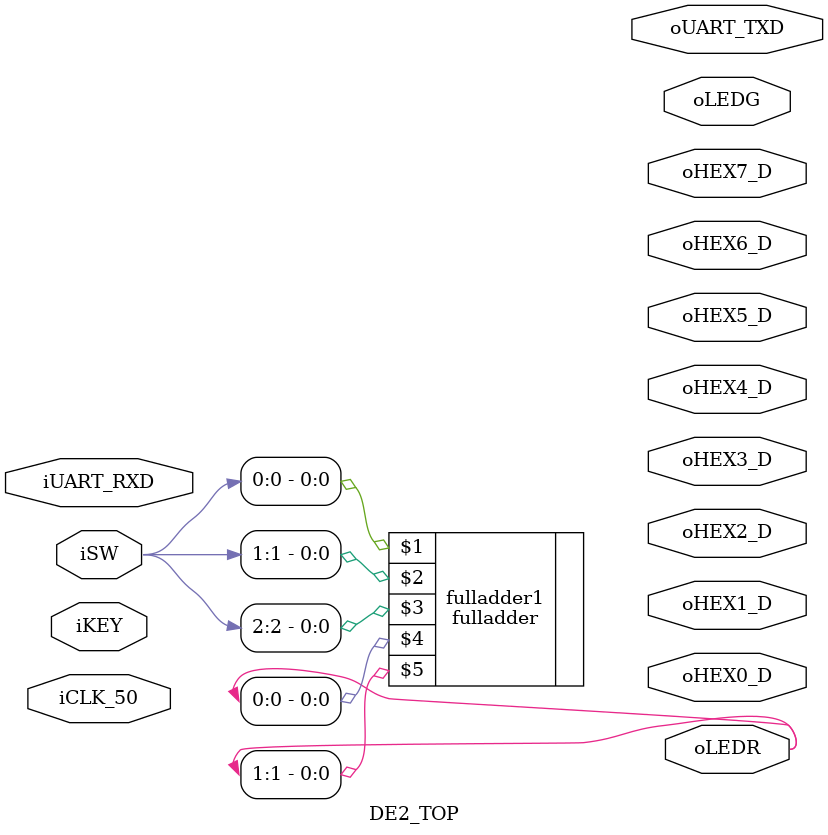
<source format=sv>

module DE2_TOP (
////////////////////////	Clock Input	 	////////////////////////
  input logic	iCLK_50,				//	50 MHz
////////////////////////	Push Button		////////////////////////
  input logic [3:0] iKEY,				//	Pushbutton[3:0]
////////////////////////	DPDT Switch		////////////////////////
  input logic [17:0] iSW,				//	Toggle Switch[17:0]
////////////////////////	7-SEG Dispaly	////////////////////////
  output logic [6:0] oHEX0_D,				//	Seven Segment Digit 0
  output logic [6:0] oHEX1_D,				//	Seven Segment Digit 1
  output logic [6:0] oHEX2_D,				//	Seven Segment Digit 2
  output logic [6:0] oHEX3_D,				//	Seven Segment Digit 3
  output logic [6:0] oHEX4_D,				//	Seven Segment Digit 4
  output logic [6:0] oHEX5_D,				//	Seven Segment Digit 5
  output logic [6:0] oHEX6_D,				//	Seven Segment Digit 6
  output logic [6:0] oHEX7_D,				//	Seven Segment Digit 7
////////////////////////////	LED		////////////////////////////
  output logic [8:0] oLEDG,				//	LED Green[8:0]
  output logic [17:0] oLEDR,				//	LED Red[17:0]
////////////////////////////	UART	////////////////////////////
  output logic oUART_TXD,				//	UART Transmitter
  input logic iUART_RXD					//	UART Receiver
);

//===========================================================================
// PARAMETER declarations
//===========================================================================


///////////////////////////////////////////////////////////////////
//=============================================================================
// REG/WIRE declarations
//=============================================================================



//=============================================================================
// Structural coding
//=============================================================================
//assign oLEDR[0] = iSW[0];
//assign oLEDG[0] = iKEY[0];
	fulladder fulladder1(iSW[0],iSW[1],iSW[2],oLEDR[0],oLEDR[1]);

endmodule

/*
module fulladder
(
	input	logic	a,b,ci,
	output	logic	co,s
);
	wire	p,g;

	assign	p	=	a	^	b;
	assign	g	=	a	&	b;
	assign	s	=	p	^	cin;
	assign	cout	=	g	|	(p	&	cin);
end module
*/

</source>
